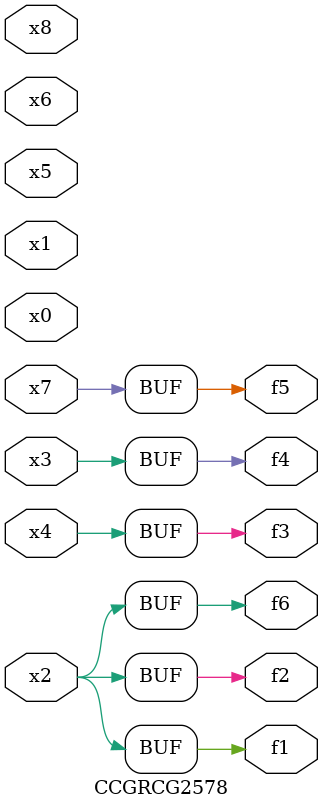
<source format=v>
module CCGRCG2578(
	input x0, x1, x2, x3, x4, x5, x6, x7, x8,
	output f1, f2, f3, f4, f5, f6
);
	assign f1 = x2;
	assign f2 = x2;
	assign f3 = x4;
	assign f4 = x3;
	assign f5 = x7;
	assign f6 = x2;
endmodule

</source>
